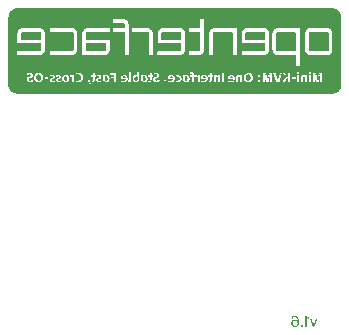
<source format=gbo>
G04 Layer: BottomSilkscreenLayer*
G04 EasyEDA Pro v2.1.63, 2024-06-10 19:41:30*
G04 Gerber Generator version 0.3*
G04 Scale: 100 percent, Rotated: No, Reflected: No*
G04 Dimensions in millimeters*
G04 Leading zeros omitted, absolute positions, 3 integers and 5 decimals*
%FSLAX35Y35*%
%MOMM*%
%ADD10C,0.254*%
G75*


G04 Image Start*
G36*
G01X1202334Y-2095500D02*
G01X1196696Y-2096516D01*
G01X1191108Y-2097583D01*
G01X1185774Y-2099259D01*
G01X1180440Y-2100986D01*
G01X1175715Y-2103222D01*
G01X1170940Y-2105508D01*
G01X1165708Y-2108962D01*
G01X1160526Y-2112366D01*
G01X1154328Y-2118563D01*
G01X1148080Y-2124710D01*
G01X1144524Y-2129892D01*
G01X1140968Y-2135124D01*
G01X1138072Y-2141322D01*
G01X1135126Y-2147519D01*
G01X1133450Y-2153361D01*
G01X1131722Y-2159254D01*
G01X1130300Y-2170328D01*
G01Y-2188159D01*
G01X2018436D01*
G01X2060550Y-2188210D01*
G01X2102663Y-2188312D01*
G01X2107387Y-2188870D01*
G01X2112061Y-2189480D01*
G01X2116785Y-2190902D01*
G01X2121459Y-2192274D01*
G01X2126183Y-2195220D01*
G01X2130857Y-2198167D01*
G01X2134362Y-2201469D01*
G01X2137816Y-2204771D01*
G01X2140255Y-2207920D01*
G01X2142642Y-2211070D01*
G01X2144268Y-2214575D01*
G01X2145843Y-2218080D01*
G01X2148992Y-2227428D01*
G01X2149043Y-2264004D01*
G01X2176170D01*
G01X2242820Y-2264054D01*
G01X2309419Y-2264105D01*
G01X2314042Y-2265070D01*
G01X2318614Y-2266086D01*
G01X2322271Y-2267458D01*
G01X2325878Y-2268779D01*
G01X2329637Y-2271319D01*
G01X2333346Y-2273808D01*
G01X2338172Y-2278583D01*
G01X2342998Y-2283308D01*
G01X2345284Y-2287118D01*
G01X2347570Y-2290978D01*
G01X2349652Y-2296414D01*
G01X2351735Y-2301900D01*
G01X2351888Y-2397760D01*
G01X2352091Y-2493569D01*
G01X2320544D01*
G01X2320341Y-2400452D01*
G01X2320188Y-2307285D01*
G01X2318715Y-2304593D01*
G01X2317293Y-2301900D01*
G01X2314143Y-2299056D01*
G01X2311298Y-2297633D01*
G01X2308504Y-2296211D01*
G01X2176170D01*
G01Y-2264004D01*
G01X2149043D01*
G01X2149196Y-2360473D01*
G01X2149348Y-2493569D01*
G01X2117801D01*
G01Y-2296211D01*
G01X2018436D01*
G01Y-2264004D01*
G01X2117903D01*
G01X2117649Y-2248408D01*
G01X2117446Y-2232762D01*
G01X2116226Y-2230069D01*
G01X2115007Y-2227428D01*
G01X2113229Y-2225497D01*
G01X2111400Y-2223618D01*
G01X2106016Y-2220671D01*
G01X2062226Y-2220519D01*
G01X2018436Y-2220316D01*
G01Y-2188159D01*
G01X1130300D01*
G01X1130503Y-2493620D01*
G01X1206195D01*
G01X1481430D01*
G01X1755292D01*
G01X2393137D01*
G01X2656840D01*
G01X3105252D01*
G01Y-2461362D01*
G01X3294532D01*
G01X3297580Y-2459939D01*
G01X3300578Y-2458517D01*
G01X3302254Y-2456485D01*
G01X3303981Y-2454453D01*
G01X3305099Y-2452014D01*
G01X3306267Y-2449627D01*
G01X3306470Y-2422246D01*
G01X3306674Y-2394915D01*
G01X3105252D01*
G01Y-2306218D01*
G01X3107385Y-2296566D01*
G01X3109925Y-2291182D01*
G01X3112516Y-2285797D01*
G01X3116072Y-2281682D01*
G01X3119679Y-2277567D01*
G01X3122676Y-2275078D01*
G01X3125724Y-2272538D01*
G01X3128162Y-2270963D01*
G01X3130601Y-2269439D01*
G01X3134817Y-2267712D01*
G01X3138983Y-2266036D01*
G01X3143910Y-2265020D01*
G01X3148787Y-2264004D01*
G01X3222142Y-2264054D01*
G01X3295548Y-2264105D01*
G01X3300882Y-2265324D01*
G01X3306267Y-2266544D01*
G01X3309569Y-2267966D01*
G01X3312871Y-2269439D01*
G01X3321202Y-2275332D01*
G01X3330042Y-2284882D01*
G01X3333598Y-2291182D01*
G01X3335680Y-2297227D01*
G01X3337814Y-2303272D01*
G01X3338017Y-2376424D01*
G01X3338220Y-2447392D01*
G01X3366313D01*
G01X3366719Y-2305253D01*
G01X3369666Y-2294788D01*
G01X3371698Y-2290623D01*
G01X3373679Y-2286457D01*
G01X3378098Y-2281276D01*
G01X3382569Y-2276043D01*
G01X3387293Y-2272741D01*
G01X3392018Y-2269388D01*
G01X3397199Y-2267407D01*
G01X3402381Y-2265375D01*
G01X3406699Y-2264715D01*
G01X3410966Y-2264004D01*
G01X3599942D01*
G01Y-2452980D01*
G01X3641903D01*
G01Y-2304593D01*
G01X3644951Y-2294128D01*
G01X3646881Y-2290318D01*
G01X3648812Y-2286457D01*
G01X3653282Y-2281276D01*
G01X3657702Y-2276094D01*
G01X3661258Y-2273503D01*
G01X3664763Y-2270862D01*
G01X3671468Y-2267509D01*
G01X3676142Y-2265934D01*
G01X3680866Y-2264308D01*
G01X3756355Y-2264207D01*
G01X3831895Y-2264105D01*
G01X3836162Y-2265020D01*
G01X3840429Y-2265985D01*
G01X3843630Y-2267001D01*
G01X3846830Y-2268068D01*
G01X3850538Y-2270303D01*
G01X3854298Y-2272589D01*
G01X3858006Y-2275789D01*
G01X3861765Y-2279040D01*
G01X3864661Y-2282749D01*
G01X3867607Y-2286457D01*
G01X3869690Y-2290623D01*
G01X3871824Y-2294788D01*
G01X3873348Y-2300021D01*
G01X3874821Y-2305253D01*
G01Y-2452268D01*
G01X3871874Y-2462632D01*
G01X3869842Y-2466746D01*
G01X3867760Y-2470912D01*
G01X3864407Y-2475128D01*
G01X3861054Y-2479396D01*
G01X3857752Y-2482139D01*
G01X3854501Y-2484882D01*
G01X3847084Y-2489352D01*
G01X3835908Y-2493213D01*
G01X3761740Y-2493467D01*
G01X3687572Y-2493670D01*
G01X3682543Y-2492858D01*
G01X3677463Y-2492096D01*
G01X3672789Y-2490368D01*
G01X3668065Y-2488692D01*
G01X3664407Y-2486304D01*
G01X3660699Y-2483917D01*
G01X3655212Y-2478430D01*
G01X3649777Y-2472944D01*
G01X3644290Y-2461666D01*
G01X3643122Y-2457348D01*
G01X3641903Y-2452980D01*
G01X3599942D01*
G01Y-2584856D01*
G01X3567735D01*
G01Y-2493620D01*
G01X3406292Y-2493213D01*
G01X3402279Y-2492045D01*
G01X3398215Y-2490876D01*
G01X3388665Y-2486203D01*
G01X3383432Y-2481682D01*
G01X3378200Y-2477110D01*
G01X3372002Y-2468067D01*
G01X3370123Y-2463190D01*
G01X3368192Y-2458314D01*
G01X3367278Y-2452878D01*
G01X3366313Y-2447392D01*
G01X3338220D01*
G01Y-2449627D01*
G01X3337154Y-2454859D01*
G01X3336087Y-2460142D01*
G01X3333344Y-2467051D01*
G01X3330397Y-2471522D01*
G01X3327400Y-2475992D01*
G01X3316935Y-2485847D01*
G01X3312262Y-2488133D01*
G01X3307639Y-2490419D01*
G01X3303270Y-2491791D01*
G01X3298901Y-2493213D01*
G01X3105252Y-2493620D01*
G01X2656840D01*
G01Y-2461362D01*
G01X2744114D01*
G01X2746604Y-2460295D01*
G01X2749093Y-2459279D01*
G01X2752954Y-2455621D01*
G01X2754579Y-2452268D01*
G01X2756154Y-2448916D01*
G01Y-2296211D01*
G01X2656840D01*
G01Y-2264004D01*
G01X2756154D01*
G01Y-2188159D01*
G01X2788412D01*
G01X2788209Y-2320188D01*
G01X2788006Y-2452268D01*
G01X2786532Y-2457806D01*
G01X2785059Y-2463394D01*
G01X2783281Y-2466848D01*
G01X2781503Y-2470353D01*
G01X2778963Y-2473757D01*
G01X2776474Y-2477211D01*
G01X2771750Y-2481529D01*
G01X2767025Y-2485898D01*
G01X2762453Y-2488133D01*
G01X2757830Y-2490419D01*
G01X2749093Y-2493162D01*
G01X2702966Y-2493416D01*
G01X2668372Y-2493569D01*
G01X2830017D01*
G01Y-2307590D01*
G01X2832151Y-2297227D01*
G01X2833675Y-2293417D01*
G01X2835250Y-2289607D01*
G01X2837434Y-2286356D01*
G01X2839669Y-2283104D01*
G01X2847797Y-2274570D01*
G01X2851506Y-2272081D01*
G01X2855163Y-2269592D01*
G01X2859786Y-2267712D01*
G01X2864409Y-2265883D01*
G01X2868828Y-2264969D01*
G01X2873299Y-2264004D01*
G01X3062935D01*
G01Y-2493569D01*
G01X3031388D01*
G01Y-2309825D01*
G01X3029356Y-2304034D01*
G01X3027680Y-2301850D01*
G01X3026054Y-2299716D01*
G01X3022549Y-2297938D01*
G01X3019044Y-2296211D01*
G01X2873604D01*
G01X2870606Y-2297633D01*
G01X2867558Y-2299056D01*
G01X2865526Y-2301494D01*
G01X2863545Y-2303932D01*
G01X2862529Y-2307234D01*
G01X2861564Y-2310536D01*
G01Y-2493569D01*
G01X2830017D01*
G01X2668372D01*
G01X2656840Y-2493620D01*
G01X2393137D01*
G01X2393239Y-2477465D01*
G01X2393290Y-2461362D01*
G01X2583383D01*
G01X2590597Y-2456993D01*
G01X2592629Y-2453284D01*
G01X2594712Y-2449627D01*
G01X2594915Y-2422246D01*
G01X2595118Y-2394915D01*
G01X2393696D01*
G01X2393645Y-2378608D01*
G01Y-2362352D01*
G01X2393696Y-2334209D01*
G01Y-2306066D01*
G01X2394763Y-2301342D01*
G01X2395830Y-2296566D01*
G01X2397252Y-2293214D01*
G01X2398624Y-2289861D01*
G01X2403602Y-2282444D01*
G01X2407768Y-2278228D01*
G01X2411984Y-2274011D01*
G01X2417877Y-2269947D01*
G01X2422601Y-2267966D01*
G01X2427326Y-2266036D01*
G01X2432304Y-2265020D01*
G01X2437232Y-2264004D01*
G01X2583332Y-2264105D01*
G01X2587701Y-2265020D01*
G01X2592019Y-2265985D01*
G01X2595728Y-2267153D01*
G01X2599385Y-2268322D01*
G01X2604211Y-2271522D01*
G01X2609037Y-2274773D01*
G01X2613711Y-2279752D01*
G01X2618334Y-2284730D01*
G01X2623109Y-2293874D01*
G01X2626258Y-2303932D01*
G01Y-2454300D01*
G01X2624074Y-2460650D01*
G01X2621839Y-2466950D01*
G01X2618842Y-2471471D01*
G01X2615844Y-2476043D01*
G01X2610663Y-2480818D01*
G01X2605532Y-2485644D01*
G01X2601163Y-2487828D01*
G01X2596744Y-2490064D01*
G01X2592019Y-2491638D01*
G01X2587346Y-2493213D01*
G01X2490216Y-2493416D01*
G01X2393137Y-2493620D01*
G01X1755292D01*
G01Y-2308657D01*
G01X1757934Y-2295855D01*
G01X1762608Y-2286406D01*
G01X1767027Y-2281276D01*
G01X1771396Y-2276094D01*
G01X1774952Y-2273503D01*
G01X1778508Y-2270862D01*
G01X1781861Y-2269185D01*
G01X1785163Y-2267509D01*
G01X1789887Y-2265934D01*
G01X1794561Y-2264308D01*
G01X1891741Y-2264156D01*
G01X1988922Y-2263953D01*
G01Y-2296211D01*
G01X1894078D01*
G01X1799285Y-2296262D01*
G01X1796237Y-2297786D01*
G01X1793240Y-2299360D01*
G01X1791056Y-2302154D01*
G01X1788922Y-2304999D01*
G01X1788211Y-2307488D01*
G01X1787550Y-2309978D01*
G01X1787500Y-2336343D01*
G01Y-2362657D01*
G01X1988972D01*
G01X1988718Y-2407463D01*
G01X1988515Y-2452268D01*
G01X1987042Y-2457450D01*
G01X1985620Y-2462632D01*
G01X1982064Y-2470150D01*
G01X1978203Y-2475027D01*
G01X1974342Y-2479853D01*
G01X1970024Y-2483256D01*
G01X1965757Y-2486660D01*
G01X1962404Y-2488387D01*
G01X1959051Y-2490064D01*
G01X1954327Y-2491638D01*
G01X1949653Y-2493213D01*
G01X1755292Y-2493620D01*
G01X1481430D01*
G01Y-2461362D01*
G01X1670710D01*
G01X1673758Y-2459939D01*
G01X1676806Y-2458466D01*
G01X1679956Y-2454300D01*
G01X1681226Y-2451964D01*
G01X1682445Y-2449627D01*
G01Y-2308555D01*
G01X1680413Y-2304542D01*
G01X1678381Y-2300580D01*
G01X1674774Y-2298395D01*
G01X1671117Y-2296211D01*
G01X1482090D01*
G01Y-2264004D01*
G01X1671066Y-2264105D01*
G01X1675435Y-2265020D01*
G01X1679804Y-2265985D01*
G01X1687119Y-2268322D01*
G01X1691945Y-2271522D01*
G01X1696771Y-2274773D01*
G01X1701444Y-2279752D01*
G01X1706067Y-2284730D01*
G01X1708455Y-2289302D01*
G01X1710893Y-2293874D01*
G01X1712468Y-2298903D01*
G01X1713992Y-2303932D01*
G01Y-2454300D01*
G01X1711808Y-2460650D01*
G01X1709623Y-2466950D01*
G01X1706575Y-2471471D01*
G01X1703578Y-2476043D01*
G01X1698447Y-2480818D01*
G01X1693266Y-2485644D01*
G01X1688897Y-2487828D01*
G01X1684477Y-2490064D01*
G01X1679804Y-2491638D01*
G01X1675079Y-2493213D01*
G01X1481430Y-2493620D01*
G01X1206195D01*
G01Y-2461362D01*
G01X1395730D01*
G01X1398626Y-2459939D01*
G01X1401521Y-2458568D01*
G01X1403553Y-2456129D01*
G01X1405534Y-2453691D01*
G01X1407566Y-2447696D01*
G01Y-2394915D01*
G01X1206195D01*
G01Y-2307742D01*
G01X1207160Y-2302815D01*
G01X1208075Y-2297887D01*
G01X1210920Y-2290369D01*
G01X1213104Y-2287067D01*
G01X1215238Y-2283816D01*
G01X1224382Y-2274164D01*
G01X1232713Y-2268779D01*
G01X1239114Y-2266544D01*
G01X1245464Y-2264308D01*
G01X1321003Y-2264207D01*
G01X1396492Y-2264105D01*
G01X1401166Y-2265070D01*
G01X1405839Y-2266086D01*
G01X1413561Y-2269236D01*
G01X1417218Y-2271674D01*
G01X1420927Y-2274164D01*
G01X1426362Y-2279853D01*
G01X1431747Y-2285543D01*
G01X1434084Y-2290470D01*
G01X1436472Y-2295398D01*
G01X1437843Y-2300732D01*
G01X1439164Y-2306015D01*
G01X1438961Y-2380488D01*
G01X1438808Y-2454961D01*
G01X1436980Y-2460346D01*
G01X1435100Y-2465730D01*
G01X1433271Y-2468931D01*
G01X1431392Y-2472182D01*
G01X1427683Y-2476348D01*
G01X1424026Y-2480564D01*
G01X1420520Y-2483409D01*
G01X1417066Y-2486254D01*
G01X1412494Y-2488540D01*
G01X1407922Y-2490775D01*
G01X1403909Y-2491994D01*
G01X1399845Y-2493213D01*
G01X1206195Y-2493620D01*
G01X1130503D01*
G01X1130656Y-2704998D01*
G01X1285900D01*
G01Y-2693924D01*
G01X1288542Y-2687930D01*
G01X1292403Y-2683358D01*
G01X1295806Y-2681173D01*
G01X1299159Y-2679040D01*
G01X1306068Y-2676601D01*
G01X1312926Y-2674163D01*
G01X1315466Y-2672893D01*
G01X1317955Y-2671623D01*
G01X1319784Y-2669896D01*
G01X1321613Y-2668219D01*
G01X1322019Y-2666492D01*
G01X1322476Y-2664765D01*
G01X1321664Y-2661412D01*
G01X1320190Y-2660040D01*
G01X1318717Y-2658720D01*
G01X1313942Y-2657399D01*
G01X1310132Y-2657348D01*
G01X1306322D01*
G01X1296467Y-2659278D01*
G01X1290777Y-2661310D01*
G01Y-2647950D01*
G01X1292606Y-2647188D01*
G01X1294486Y-2646477D01*
G01X1306576Y-2643937D01*
G01X1316634Y-2644140D01*
G01X1318311Y-2644394D01*
G01X1319987Y-2644699D01*
G01X1324102Y-2646020D01*
G01X1328268Y-2647391D01*
G01X1331366Y-2650084D01*
G01X1334465Y-2652827D01*
G01X1336294Y-2656281D01*
G01X1338072Y-2659736D01*
G01Y-2671775D01*
G01X1336650Y-2674468D01*
G01X1335227Y-2677211D01*
G01X1334008Y-2678379D01*
G01X1348334D01*
G01X1349502Y-2673045D01*
G01X1350670Y-2667762D01*
G01X1352702Y-2663546D01*
G01X1354684Y-2659278D01*
G01X1358646Y-2655062D01*
G01X1362558Y-2650846D01*
G01X1367434Y-2648407D01*
G01X1372362Y-2645918D01*
G01X1377036Y-2644953D01*
G01X1381760Y-2643988D01*
G01X1387094D01*
G01X1392479Y-2644038D01*
G01X1396848Y-2645004D01*
G01X1401216Y-2645918D01*
G01X1405585Y-2648052D01*
G01X1409954Y-2650236D01*
G01X1414323Y-2654605D01*
G01X1418692Y-2659024D01*
G01X1420825Y-2663444D01*
G01X1422908Y-2667864D01*
G01X1425042Y-2678125D01*
G01Y-2681529D01*
G01X1437792D01*
G01X1470000D01*
G01Y-2693619D01*
G01X1437792D01*
G01Y-2681529D01*
G01X1425042D01*
G01Y-2684018D01*
G01X1424991Y-2689911D01*
G01X1424026Y-2694635D01*
G01X1423010Y-2699309D01*
G01X1418742Y-2708046D01*
G01X1418692Y-2708097D01*
G01X1480769D01*
G01Y-2699512D01*
G01X1481836Y-2697226D01*
G01X1482954Y-2694940D01*
G01X1485849Y-2692349D01*
G01X1488745Y-2689809D01*
G01X1495349Y-2687269D01*
G01X1501902Y-2684729D01*
G01X1504798Y-2683408D01*
G01X1507693Y-2682037D01*
G01X1509827Y-2678786D01*
G01X1509014Y-2677109D01*
G01X1508252Y-2675433D01*
G01X1505763Y-2674366D01*
G01X1503223Y-2673299D01*
G01X1492758Y-2674823D01*
G01X1488745Y-2676398D01*
G01X1484732Y-2678024D01*
G01X1485138Y-2664409D01*
G01X1489456Y-2663190D01*
G01X1493825Y-2661971D01*
G01X1500530Y-2661666D01*
G01X1507287Y-2661412D01*
G01X1510792Y-2662377D01*
G01X1514297Y-2663393D01*
G01X1516888Y-2664663D01*
G01X1519428Y-2665984D01*
G01X1521866Y-2668676D01*
G01X1524254Y-2671318D01*
G01X1525067Y-2675026D01*
G01X1525930Y-2678735D01*
G01X1525118Y-2681884D01*
G01X1524305Y-2685085D01*
G01X1522628Y-2687320D01*
G01X1520901Y-2689555D01*
G01X1514297Y-2693619D01*
G01X1508100Y-2695702D01*
G01X1501902Y-2697836D01*
G01X1500124Y-2698699D01*
G01X1498346Y-2699614D01*
G01X1497940Y-2700680D01*
G01X1497533Y-2701798D01*
G01Y-2706370D01*
G01X1499718Y-2707742D01*
G01X1501902Y-2709062D01*
G01X1509725D01*
G01X1514856Y-2707335D01*
G01X1520038Y-2705608D01*
G01X1522882Y-2703932D01*
G01X1525727Y-2702306D01*
G01Y-2708046D01*
G01X1532839D01*
G01Y-2699309D01*
G01X1533957Y-2697277D01*
G01X1535024Y-2695194D01*
G01X1540408Y-2690317D01*
G01X1542999Y-2689047D01*
G01X1545539Y-2687726D01*
G01X1550518Y-2685948D01*
G01X1555547Y-2684120D01*
G01X1558087Y-2682697D01*
G01X1560678Y-2681275D01*
G01X1561033Y-2679751D01*
G01X1561440Y-2678278D01*
G01X1561033Y-2677008D01*
G01X1560627Y-2675687D01*
G01X1558849Y-2674772D01*
G01X1557071Y-2673807D01*
G01X1548841Y-2673909D01*
G01X1539189Y-2676855D01*
G01X1537157Y-2677668D01*
G01Y-2664714D01*
G01X1540815Y-2663292D01*
G01X1545742Y-2662326D01*
G01X1550670Y-2661412D01*
G01X1555140Y-2661463D01*
G01X1559611D01*
G01X1563319Y-2662479D01*
G01X1566977Y-2663444D01*
G01X1569771Y-2665120D01*
G01X1572616Y-2666746D01*
G01X1574089Y-2668626D01*
G01X1575511Y-2670454D01*
G01X1576476Y-2672740D01*
G01X1577391Y-2674976D01*
G01Y-2682240D01*
G01X1576476Y-2684424D01*
G01X1575562Y-2686558D01*
G01X1571092Y-2691028D01*
G01X1564996Y-2694076D01*
G01X1564691Y-2694178D01*
G01X1585265D01*
G01X1586078Y-2683205D01*
G01X1588821Y-2675280D01*
G01X1590599Y-2672893D01*
G01X1592377Y-2670454D01*
G01X1594460Y-2668575D01*
G01X1596542Y-2666746D01*
G01X1599743Y-2665070D01*
G01X1602892Y-2663393D01*
G01X1607109Y-2662428D01*
G01X1611325Y-2661412D01*
G01X1615999Y-2661463D01*
G01X1620723Y-2661514D01*
G01X1624787Y-2662377D01*
G01X1628902Y-2663292D01*
G01X1632204Y-2664968D01*
G01X1635557Y-2666644D01*
G01X1641399Y-2672486D01*
G01X1643075Y-2676042D01*
G01X1651914D01*
G01Y-2663546D01*
G01X1654048Y-2662733D01*
G01X1659077D01*
G01X1662379Y-2663749D01*
G01X1665732Y-2664714D01*
G01X1668374Y-2666746D01*
G01X1671066Y-2668727D01*
G01X1671574Y-2668778D01*
G01X1672082D01*
G01Y-2662733D01*
G01X1688846D01*
G01Y-2704389D01*
G01X1700225D01*
G01X1703781Y-2705964D01*
G01X1707286Y-2707538D01*
G01X1714398Y-2709062D01*
G01X1718564D01*
G01X1722730Y-2709012D01*
G01X1726540Y-2708148D01*
G01X1730350Y-2707234D01*
G01X1733499Y-2705405D01*
G01X1736649Y-2703525D01*
G01X1739341Y-2700884D01*
G01X1742034Y-2698191D01*
G01X1743710Y-2694432D01*
G01X1745437Y-2690673D01*
G01X1745742Y-2685745D01*
G01X1746098Y-2680818D01*
G01X1745183Y-2676652D01*
G01X1744320Y-2672486D01*
G01X1743151Y-2669794D01*
G01X1741932Y-2667102D01*
G01X1738732Y-2663952D01*
G01X1735480Y-2660802D01*
G01X1730959Y-2659075D01*
G01X1726387Y-2657348D01*
G01X1719885D01*
G01X1713332Y-2657399D01*
G01X1707998Y-2658669D01*
G01X1702613Y-2659939D01*
G01X1700276Y-2660853D01*
G01Y-2648204D01*
G01X1703527Y-2646680D01*
G01X1717751Y-2643937D01*
G01X1722933Y-2644038D01*
G01X1728114Y-2644089D01*
G01X1731112Y-2644597D01*
G01X1734160Y-2645105D01*
G01X1734820Y-2645308D01*
G01X1994256D01*
G01X2043938D01*
G01Y-2695651D01*
G01X2081530D01*
G01Y-2687066D01*
G01X2082190Y-2683510D01*
G01X2082902Y-2679954D01*
G01X2084527Y-2676449D01*
G01X2086102Y-2672893D01*
G01X2088998Y-2669794D01*
G01X2091842Y-2666644D01*
G01X2097329Y-2663495D01*
G01X2101444Y-2662428D01*
G01X2105558Y-2661412D01*
G01X2111146Y-2661463D01*
G01X2116785D01*
G01X2120290Y-2662428D01*
G01X2123846Y-2663393D01*
G01X2126590Y-2664765D01*
G01X2129333Y-2666187D01*
G01X2135327Y-2672182D01*
G01X2137308Y-2676347D01*
G01X2139239Y-2680513D01*
G01X2139798Y-2685898D01*
G01X2140407Y-2691282D01*
G01X2139848Y-2696616D01*
G01X2139239Y-2701950D01*
G01X2137562Y-2705557D01*
G01X2135937Y-2709164D01*
G01X2133295Y-2712314D01*
G01X2130654Y-2715412D01*
G01X2127047Y-2717597D01*
G01X2123491Y-2719781D01*
G01X2118157Y-2721102D01*
G01X2115414Y-2721813D01*
G01X2145284D01*
G01Y-2707691D01*
G01X2151278D01*
G01X2153006Y-2706218D01*
G01X2154784Y-2704694D01*
G01X2156003Y-2699309D01*
G01X2156054Y-2668626D01*
G01Y-2637892D01*
G01X2172919D01*
G01X2172665Y-2672639D01*
G01X2172513Y-2696921D01*
G01X2182216D01*
G01Y-2686964D01*
G01X2183740Y-2679852D01*
G01X2185467Y-2676144D01*
G01X2187194Y-2672486D01*
G01X2190902Y-2668727D01*
G01X2194662Y-2664968D01*
G01X2198675Y-2663393D01*
G01X2202688Y-2661768D01*
G01X2208073Y-2661869D01*
G01X2213458Y-2661920D01*
G01X2219249Y-2664054D01*
G01X2221230Y-2665476D01*
G01X2223160Y-2666848D01*
G01Y-2637892D01*
G01X2239975D01*
G01Y-2711552D01*
G01X2240636Y-2715158D01*
G01X2241347Y-2718765D01*
G01X2241702Y-2719984D01*
G01X2242058Y-2721153D01*
G01X2249576D01*
G01X2250440Y-2717648D01*
G01X2251354Y-2714142D01*
G01Y-2662733D01*
G01X2268169D01*
G01Y-2666644D01*
G01X2272792Y-2664257D01*
G01X2277466Y-2661869D01*
G01X2282342Y-2661615D01*
G01X2287270Y-2661412D01*
G01X2295703Y-2664155D01*
G01X2299157Y-2666949D01*
G01X2302612Y-2669794D01*
G01X2307082Y-2677820D01*
G01X2307996Y-2681173D01*
G01X2308962Y-2684577D01*
G01X2309774Y-2692197D01*
G01X2308352Y-2702662D01*
G01X2306422Y-2706878D01*
G01X2304491Y-2711044D01*
G01X2298192Y-2717749D01*
G01X2294738Y-2719426D01*
G01X2291436Y-2721051D01*
G01X2315820D01*
G01Y-2708707D01*
G01X2321916Y-2709215D01*
G01X2325776Y-2707589D01*
G01X2326792Y-2705354D01*
G01X2327046Y-2690419D01*
G01X2327351Y-2675484D01*
G01X2315820D01*
G01Y-2662733D01*
G01X2327199D01*
G01Y-2645969D01*
G01X2342642D01*
G01Y-2662733D01*
G01X2351380D01*
G01Y-2675484D01*
G01X2342744D01*
G01X2342540Y-2693467D01*
G01X2342490Y-2696515D01*
G01X2356612D01*
G01X2357679Y-2692806D01*
G01X2358746Y-2689047D01*
G01X2360930Y-2686406D01*
G01X2363114Y-2683713D01*
G01X2366162Y-2681630D01*
G01X2369160Y-2679548D01*
G01X2377440Y-2676550D01*
G01X2385670Y-2673553D01*
G01X2388006Y-2672131D01*
G01X2390292Y-2670708D01*
G01X2391664Y-2668981D01*
G01X2392985Y-2667254D01*
G01Y-2662225D01*
G01X2391715Y-2660599D01*
G01X2390394Y-2658974D01*
G01X2385111Y-2657348D01*
G01X2376830D01*
G01X2366467Y-2659482D01*
G01X2364283Y-2660447D01*
G01X2362098Y-2661361D01*
G01X2362251Y-2654503D01*
G01X2362454Y-2647645D01*
G01X2367839Y-2646070D01*
G01X2373224Y-2644546D01*
G01X2380234Y-2644242D01*
G01X2387295Y-2643937D01*
G01X2391410Y-2644902D01*
G01X2395525Y-2645816D01*
G01X2397811Y-2646985D01*
G01X2400046Y-2648153D01*
G01X2402840Y-2650388D01*
G01X2405583Y-2652624D01*
G01X2407056Y-2655722D01*
G01X2408530Y-2658872D01*
G01X2409952Y-2666086D01*
G01X2409190Y-2669946D01*
G01X2408428Y-2673756D01*
G01X2405075Y-2678836D01*
G01X2402332Y-2680818D01*
G01X2399589Y-2682850D01*
G01X2385263Y-2688234D01*
G01X2381758Y-2690012D01*
G01X2378202Y-2691790D01*
G01X2376576Y-2693721D01*
G01X2374951Y-2695651D01*
G01X2480920D01*
G01X2480970Y-2691435D01*
G01Y-2687218D01*
G01X2481936Y-2682799D01*
G01X2482850Y-2678328D01*
G01X2484323Y-2675484D01*
G01X2485746Y-2672639D01*
G01X2488692Y-2669489D01*
G01X2491588Y-2666390D01*
G01X2494737Y-2664816D01*
G01X2497836Y-2663241D01*
G01X2501290Y-2662326D01*
G01X2504796Y-2661412D01*
G01X2516835D01*
G01X2525776Y-2664460D01*
G01X2528621Y-2666441D01*
G01X2531415Y-2668372D01*
G01X2533752Y-2671216D01*
G01X2536088Y-2674112D01*
G01X2537663Y-2678633D01*
G01X2539238Y-2683205D01*
G01X2539644Y-2687930D01*
G01X2540102Y-2692603D01*
G01X2539340Y-2697328D01*
G01X2538628Y-2702001D01*
G01X2536698Y-2706014D01*
G01X2534818Y-2710078D01*
G01X2532380Y-2712872D01*
G01X2529891Y-2715717D01*
G01X2526284Y-2717749D01*
G01X2523998Y-2719070D01*
G01X2546706D01*
G01Y-2705252D01*
G01X2550008Y-2706878D01*
G01X2553259Y-2708453D01*
G01X2558288Y-2708859D01*
G01X2563368Y-2709215D01*
G01X2568194Y-2707792D01*
G01X2573020Y-2706319D01*
G01X2579014Y-2700731D01*
G01X2580945Y-2696159D01*
G01Y-2687726D01*
G01X2579929Y-2684831D01*
G01X2578913Y-2681884D01*
G01X2577186Y-2680056D01*
G01X2575458Y-2678278D01*
G01X2568550Y-2675230D01*
G01X2562098Y-2674976D01*
G01X2555646Y-2674671D01*
G01X2551938Y-2675738D01*
G01X2548179Y-2676855D01*
G01X2547468D01*
G01X2547620Y-2670607D01*
G01X2547722Y-2664409D01*
G01X2552446Y-2663190D01*
G01X2557120Y-2662022D01*
G01X2563165Y-2661666D01*
G01X2569210Y-2661361D01*
G01X2574036Y-2662682D01*
G01X2578811Y-2664003D01*
G01X2583993Y-2666644D01*
G01X2586279Y-2668372D01*
G01X2588565Y-2670048D01*
G01X2591460Y-2673960D01*
G01X2594407Y-2677820D01*
G01X2597150Y-2686558D01*
G01Y-2698090D01*
G01X2594915Y-2704694D01*
G01X2592578Y-2708250D01*
G01X2590241Y-2711755D01*
G01X2587447Y-2714142D01*
G01X2584653Y-2716581D01*
G01X2582316Y-2717749D01*
G01X2579980Y-2718968D01*
G01X2575611Y-2720289D01*
G01X2572868Y-2721153D01*
G01X2604414D01*
G01X2606142Y-2718105D01*
G01X2606548Y-2662733D01*
G01X2623261D01*
G01Y-2666086D01*
G01X2624074D01*
G01X2628392Y-2663952D01*
G01X2632710Y-2661869D01*
G01X2642362Y-2661463D01*
G01X2645105Y-2662123D01*
G01X2647899Y-2662784D01*
G01X2651455Y-2664917D01*
G01X2655062Y-2667102D01*
G01X2657907Y-2670556D01*
G01X2660701Y-2674010D01*
G01X2661260Y-2675484D01*
G01X2669591D01*
G01Y-2662733D01*
G01X2683815D01*
G01X2683307Y-2652674D01*
G01X2682138Y-2651506D01*
G01X2680919Y-2650338D01*
G01X2675941Y-2650388D01*
G01X2670912Y-2650439D01*
G01Y-2637993D01*
G01X2679954Y-2637587D01*
G01X2684018Y-2637892D01*
G01X3578454D01*
G01X3595268D01*
G01X3675786D01*
G01X3692601D01*
G01Y-2645308D01*
G01X3706673D01*
G01X3736797D01*
G01X3737508Y-2647645D01*
G01X3742233Y-2672791D01*
G01X3747008Y-2697988D01*
G01X3747516Y-2699614D01*
G01X3748075Y-2701290D01*
G01X3750208Y-2689911D01*
G01X3752393Y-2678532D01*
G01X3758692Y-2645308D01*
G01X3789274D01*
G01Y-2721153D01*
G01X3772459D01*
G01Y-2658059D01*
G01X3771240D01*
G01X3770884Y-2659228D01*
G01X3770579Y-2660396D01*
G01X3764331Y-2690774D01*
G01X3758133Y-2721153D01*
G01X3737661D01*
G01X3737000Y-2717952D01*
G01X3736289Y-2714752D01*
G01X3730396Y-2686406D01*
G01X3724504Y-2658008D01*
G01X3723843Y-2658262D01*
G01X3723132Y-2658466D01*
G01X3722980Y-2689809D01*
G01X3722776Y-2721153D01*
G01X3706673D01*
G01Y-2645308D01*
G01X3692601D01*
G01Y-2654706D01*
G01X3675786D01*
G01Y-2637892D01*
G01X3595268D01*
G01Y-2654706D01*
G01X3578454D01*
G01Y-2637892D01*
G01X2684018D01*
G01X2690724Y-2638400D01*
G01X2693111Y-2639416D01*
G01X2695499Y-2640381D01*
G01X2697226Y-2642464D01*
G01X2699004Y-2644597D01*
G01X2699156Y-2645308D01*
G01X2935376D01*
G01X2952191D01*
G01Y-2695651D01*
G01X2990240D01*
G01X2990596Y-2688742D01*
G01X2990952Y-2681884D01*
G01X2992323Y-2678278D01*
G01X2993746Y-2674671D01*
G01X2995524Y-2672080D01*
G01X2997302Y-2669540D01*
G01X3003398Y-2664765D01*
G01X3007157Y-2663342D01*
G01X3010916Y-2661869D01*
G01X3018282Y-2661615D01*
G01X3025699Y-2661412D01*
G01X3033014Y-2663444D01*
G01X3035757Y-2665019D01*
G01X3038450Y-2666644D01*
G01X3041294Y-2669540D01*
G01X3044190Y-2672436D01*
G01X3045866Y-2675992D01*
G01X3047543Y-2679497D01*
G01X3048864Y-2686406D01*
G01X3048813Y-2691841D01*
G01Y-2697328D01*
G01X3046984Y-2704236D01*
G01X3045155Y-2707538D01*
G01X3043326Y-2710891D01*
G01X3037230Y-2717089D01*
G01X3030017Y-2720492D01*
G01X3058160D01*
G01X3058566Y-2675179D01*
G01X3059989Y-2672131D01*
G01X3061411Y-2669134D01*
G01X3063342Y-2667152D01*
G01X3065272Y-2665222D01*
G01X3070758Y-2662784D01*
G01X3074416Y-2662428D01*
G01X3078023Y-2662123D01*
G01X3082290Y-2663038D01*
G01X3086506Y-2664003D01*
G01X3089351Y-2665578D01*
G01X3092145Y-2667152D01*
G01X3093974Y-2668372D01*
G01X3095854Y-2669591D01*
G01Y-2662733D01*
G01X3112618D01*
G01Y-2688590D01*
G01X3123184D01*
G01X3123540Y-2681173D01*
G01X3123946Y-2673807D01*
G01X3126689Y-2665070D01*
G01X3129229Y-2660802D01*
G01X3131718Y-2656535D01*
G01X3138830Y-2650033D01*
G01X3147162Y-2645969D01*
G01X3151886Y-2644953D01*
G01X3156560Y-2643988D01*
G01X3161944D01*
G01X3167329Y-2644038D01*
G01X3171698Y-2645004D01*
G01X3173171Y-2645308D01*
G01X3282442D01*
G01X3313074D01*
G01X3315208Y-2656180D01*
G01X3317291Y-2667102D01*
G01X3323692Y-2700934D01*
G01X3324098Y-2700477D01*
G01X3324504Y-2699969D01*
G01X3329026Y-2675839D01*
G01X3333598Y-2651658D01*
G01X3334258Y-2648458D01*
G01X3334918Y-2645308D01*
G01X3365703D01*
G01X3373577D01*
G01X3392475D01*
G01X3393796Y-2649830D01*
G01X3395167Y-2654351D01*
G01X3402889Y-2681478D01*
G01X3410610Y-2708554D01*
G01X3411322Y-2709266D01*
G01X3412033Y-2708554D01*
G01X3419754Y-2681478D01*
G01X3427527Y-2654351D01*
G01X3430168Y-2645308D01*
G01X3448863D01*
G01X3448609Y-2646121D01*
G01X3448304Y-2646985D01*
G01X3439820Y-2674468D01*
G01X3431388Y-2702001D01*
G01X3428390Y-2711552D01*
G01X3425393Y-2721153D01*
G01X3450844D01*
G01X3451352Y-2720289D01*
G01X3451860Y-2719476D01*
G01X3455873Y-2713076D01*
G01X3459886Y-2706726D01*
G01X3464560Y-2700325D01*
G01X3469284Y-2693975D01*
G01X3474974Y-2688082D01*
G01X3480664Y-2682240D01*
G01X3479444Y-2680360D01*
G01X3478225Y-2678532D01*
G01X3462579Y-2656383D01*
G01X3454857Y-2645308D01*
G01X3473552D01*
G01X3484169Y-2660701D01*
G01X3494837Y-2676144D01*
G01X3499256D01*
G01Y-2645308D01*
G01X3516732D01*
G01Y-2662733D01*
G01X3578454D01*
G01X3595268D01*
G01Y-2720492D01*
G01X3607918D01*
G01X3608324Y-2675179D01*
G01X3609746Y-2672131D01*
G01X3611220Y-2669134D01*
G01X3613455Y-2666949D01*
G01X3615741Y-2664816D01*
G01X3620414Y-2662885D01*
G01X3624123Y-2662479D01*
G01X3627831Y-2662123D01*
G01X3631895Y-2663038D01*
G01X3636010Y-2663952D01*
G01X3638652Y-2665324D01*
G01X3641242Y-2666695D01*
G01X3643274Y-2668067D01*
G01X3645256Y-2669438D01*
G01X3646272D01*
G01Y-2662733D01*
G01X3663036D01*
G01X3675786D01*
G01X3692601D01*
G01Y-2721153D01*
G01X3675786D01*
G01Y-2662733D01*
G01X3663036D01*
G01Y-2720492D01*
G01X3646272D01*
G01X3646119Y-2700223D01*
G01X3645916Y-2679954D01*
G01X3641598Y-2677617D01*
G01X3637280Y-2675230D01*
G01X3631184D01*
G01X3628949Y-2676449D01*
G01X3626714Y-2677617D01*
G01X3625748Y-2679852D01*
G01X3624783Y-2682138D01*
G01Y-2720492D01*
G01X3607918D01*
G01X3595268D01*
G01Y-2721153D01*
G01X3578454D01*
G01Y-2662733D01*
G01X3516732D01*
G01Y-2681529D01*
G01X3530803D01*
G01X3563722D01*
G01Y-2693619D01*
G01X3530803D01*
G01Y-2681529D01*
G01X3516732D01*
G01Y-2721153D01*
G01X3499256D01*
G01Y-2690266D01*
G01X3491992D01*
G01X3481222Y-2701849D01*
G01X3468726Y-2721051D01*
G01X3450844Y-2721153D01*
G01X3425393D01*
G01X3397352D01*
G01X3395624Y-2715920D01*
G01X3393948Y-2710739D01*
G01X3386785Y-2687574D01*
G01X3379673Y-2664409D01*
G01X3376930Y-2655672D01*
G01X3374238Y-2646985D01*
G01X3373882Y-2646121D01*
G01X3373577Y-2645308D01*
G01X3365703D01*
G01Y-2721153D01*
G01X3348888D01*
G01Y-2658059D01*
G01X3347212D01*
G01X3343910Y-2673960D01*
G01X3340659Y-2689911D01*
G01X3337763Y-2704033D01*
G01X3334817Y-2718105D01*
G01X3334106Y-2721153D01*
G01X3323895Y-2721000D01*
G01X3313735Y-2720797D01*
G01X3307182Y-2689606D01*
G01X3300628Y-2658364D01*
G01X3300578Y-2658212D01*
G01Y-2658059D01*
G01X3299206D01*
G01Y-2721153D01*
G01X3282442D01*
G01Y-2645308D01*
G01X3173171D01*
G01X3176067Y-2645918D01*
G01X3180791Y-2648306D01*
G01X3185566Y-2650744D01*
G01X3189275Y-2654452D01*
G01X3193034Y-2658161D01*
G01X3195371Y-2662733D01*
G01X3244850D01*
G01X3262325D01*
G01Y-2680208D01*
G01X3244850D01*
G01Y-2662733D01*
G01X3195371D01*
G01X3195472Y-2662936D01*
G01X3197911Y-2667762D01*
G01X3198876Y-2672486D01*
G01X3199841Y-2677160D01*
G01Y-2690571D01*
G01X3197911Y-2699817D01*
G01X3195828Y-2703678D01*
G01X3244850D01*
G01X3262325D01*
G01Y-2721153D01*
G01X3244850D01*
G01Y-2703678D01*
G01X3195828D01*
G01X3195472Y-2704287D01*
G01X3193034Y-2708707D01*
G01X3187446Y-2714498D01*
G01X3184449Y-2716428D01*
G01X3181401Y-2718359D01*
G01X3176067Y-2720137D01*
G01X3170682Y-2721966D01*
G01X3161944D01*
G01X3153207Y-2722016D01*
G01X3148736Y-2720594D01*
G01X3144266Y-2719222D01*
G01X3140710Y-2717394D01*
G01X3137205Y-2715616D01*
G01X3129636Y-2708046D01*
G01X3125368Y-2699106D01*
G01X3124251Y-2693873D01*
G01X3123184Y-2688590D01*
G01X3112618D01*
G01Y-2720492D01*
G01X3095854D01*
G01Y-2679700D01*
G01X3087624Y-2675331D01*
G01X3084474Y-2675280D01*
G01X3081274Y-2675230D01*
G01X3078988Y-2676601D01*
G01X3076702Y-2677922D01*
G01X3075889Y-2679548D01*
G01X3075026Y-2681173D01*
G01Y-2720492D01*
G01X3058160D01*
G01X3030017D01*
G01X3029915Y-2720543D01*
G01X3025140Y-2721610D01*
G01X3020314Y-2722626D01*
G01X3012237Y-2722270D01*
G01X3004210Y-2721864D01*
G01X3001061Y-2720899D01*
G01X2997962Y-2719883D01*
G01X2993796Y-2717749D01*
G01Y-2704236D01*
G01X2994304Y-2704490D01*
G01X2994812Y-2704694D01*
G01X2998216Y-2706472D01*
G01X3001620Y-2708300D01*
G01X3005684Y-2709316D01*
G01X3009748Y-2710383D01*
G01X3017622D01*
G01X3020517Y-2709723D01*
G01X3023413Y-2709012D01*
G01X3028798Y-2705456D01*
G01X3031947Y-2699969D01*
G01X3032404Y-2697836D01*
G01X3032811Y-2695651D01*
G01X2990240D01*
G01X2952191D01*
G01Y-2721153D01*
G01X2935376D01*
G01Y-2645308D01*
G01X2699156D01*
G01X2700426Y-2651404D01*
G01Y-2662733D01*
G01X2710536D01*
G01Y-2675484D01*
G01X2700426D01*
G01Y-2676042D01*
G01X2713888D01*
G01Y-2663444D01*
G01X2717546Y-2662530D01*
G01X2721864Y-2663241D01*
G01X2726182Y-2664003D01*
G01X2733091Y-2668778D01*
G01X2734005D01*
G01Y-2662733D01*
G01X2750109D01*
G01Y-2692248D01*
G01X2759507D01*
G01X2760218Y-2686406D01*
G01X2760929Y-2680513D01*
G01X2762555Y-2676957D01*
G01X2764180Y-2673350D01*
G01X2766212Y-2670810D01*
G01X2768295Y-2668219D01*
G01X2771445Y-2666136D01*
G01X2774544Y-2664054D01*
G01X2783180Y-2661412D01*
G01X2789276Y-2661463D01*
G01X2795422Y-2661514D01*
G01X2801722Y-2663241D01*
G01X2804719Y-2664714D01*
G01X2807716Y-2666136D01*
G01X2810866Y-2669489D01*
G01X2813964Y-2672842D01*
G01X2815184Y-2675484D01*
G01X2824632D01*
G01Y-2662733D01*
G01X2836062D01*
G01Y-2645969D01*
G01X2851506D01*
G01Y-2662733D01*
G01X2860192D01*
G01Y-2675484D01*
G01X2851506D01*
G01Y-2709469D01*
G01X2850490Y-2712822D01*
G01X2849524Y-2716174D01*
G01X2847543Y-2718003D01*
G01X2845613Y-2719883D01*
G01X2843581Y-2720492D01*
G01X2867508D01*
G01X2867914Y-2675179D01*
G01X2869336Y-2672131D01*
G01X2870759Y-2669134D01*
G01X2873045Y-2666949D01*
G01X2875331Y-2664816D01*
G01X2880004Y-2662885D01*
G01X2883713Y-2662479D01*
G01X2887421Y-2662123D01*
G01X2891638Y-2663088D01*
G01X2895854Y-2664003D01*
G01X2898699Y-2665578D01*
G01X2901493Y-2667152D01*
G01X2903322Y-2668372D01*
G01X2905201Y-2669591D01*
G01Y-2662733D01*
G01X2921965D01*
G01Y-2720492D01*
G01X2905201D01*
G01Y-2679700D01*
G01X2900985Y-2677465D01*
G01X2896819Y-2675230D01*
G01X2890774D01*
G01X2888590Y-2676398D01*
G01X2886405Y-2677516D01*
G01X2884373Y-2681478D01*
G01Y-2720492D01*
G01X2867508D01*
G01X2843581D01*
G01X2839212Y-2721813D01*
G01X2830322D01*
G01X2827833Y-2721356D01*
G01X2825293Y-2720950D01*
G01Y-2708707D01*
G01X2828849Y-2708961D01*
G01X2832405Y-2709164D01*
G01X2834081Y-2707843D01*
G01X2835707Y-2706472D01*
G01X2836113Y-2675484D01*
G01X2824632D01*
G01X2815184D01*
G01X2817216Y-2679954D01*
G01X2817927Y-2683510D01*
G01X2818587Y-2687066D01*
G01Y-2695956D01*
G01X2817571Y-2700172D01*
G01X2816606Y-2704389D01*
G01X2815285Y-2706929D01*
G01X2814015Y-2709469D01*
G01X2807716Y-2716479D01*
G01X2802941Y-2718765D01*
G01X2798115Y-2721051D01*
G01X2793492Y-2721864D01*
G01X2788818Y-2722677D01*
G01X2781402Y-2722270D01*
G01X2773934Y-2721915D01*
G01X2767736Y-2719883D01*
G01X2763571Y-2717749D01*
G01Y-2704338D01*
G01X2764333D01*
G01X2766162Y-2705659D01*
G01X2767990Y-2706929D01*
G01X2772308Y-2708402D01*
G01X2776626Y-2709926D01*
G01X2781706Y-2710231D01*
G01X2786837Y-2710536D01*
G01X2790647Y-2709469D01*
G01X2794406Y-2708351D01*
G01X2796794Y-2706268D01*
G01X2799182Y-2704135D01*
G01X2800401Y-2701747D01*
G01X2801620Y-2699309D01*
G01X2802077Y-2697480D01*
G01X2802484Y-2695651D01*
G01X2760320D01*
G01X2759913Y-2693924D01*
G01X2759507Y-2692248D01*
G01X2750109D01*
G01Y-2721153D01*
G01X2734005D01*
G01Y-2681681D01*
G01X2729332Y-2677516D01*
G01X2725522Y-2676449D01*
G01X2721712Y-2675331D01*
G01X2713888Y-2676042D01*
G01X2700426D01*
G01Y-2721153D01*
G01X2683662D01*
G01Y-2675484D01*
G01X2669591D01*
G01X2661260D01*
G01X2663647Y-2681834D01*
G01X2664358Y-2687015D01*
G01X2665120Y-2692146D01*
G01X2664358Y-2697175D01*
G01X2663596Y-2702154D01*
G01X2660752Y-2709774D01*
G01X2657043Y-2713736D01*
G01X2653386Y-2717749D01*
G01X2649880Y-2719426D01*
G01X2646426Y-2721102D01*
G01X2641956Y-2721813D01*
G01X2637536Y-2722575D01*
G01X2633574Y-2721864D01*
G01X2629611Y-2721102D01*
G01X2625954Y-2719273D01*
G01X2622245Y-2717444D01*
G01X2621432Y-2717038D01*
G01X2621026Y-2719121D01*
G01X2620620Y-2721153D01*
G01X2604414D01*
G01X2572868D01*
G01X2571242Y-2721661D01*
G01X2561793Y-2722575D01*
G01X2557678Y-2721864D01*
G01X2553564Y-2721102D01*
G01X2550160Y-2720086D01*
G01X2546706Y-2719070D01*
G01X2523998D01*
G01X2522677Y-2719832D01*
G01X2517496Y-2721153D01*
G01X2512263Y-2722474D01*
G01X2499411D01*
G01X2490470Y-2720543D01*
G01X2487727Y-2719172D01*
G01X2484984Y-2717749D01*
G01Y-2704490D01*
G01X2494026Y-2708961D01*
G01X2501138Y-2710383D01*
G01X2507742D01*
G01X2511146Y-2709672D01*
G01X2514549Y-2708910D01*
G01X2517343Y-2706827D01*
G01X2520086Y-2704694D01*
G01X2521306Y-2702306D01*
G01X2522525Y-2699969D01*
G01X2522982Y-2697785D01*
G01X2523388Y-2695651D01*
G01X2480920D01*
G01X2374951D01*
G01X2374900Y-2695702D01*
G01X2374189Y-2698445D01*
G01X2373427Y-2701188D01*
G01X2374341Y-2703627D01*
G01X2375256Y-2706014D01*
G01X2377592Y-2707589D01*
G01X2379929Y-2709215D01*
G01X2386279Y-2708859D01*
G01X2392680Y-2708554D01*
G01X2403856Y-2704389D01*
G01X2406904Y-2702712D01*
G01X2409952Y-2700985D01*
G01X2410460D01*
G01Y-2703678D01*
G01X2449373D01*
G01X2464562D01*
G01X2468829Y-2718308D01*
G01X2473096Y-2732888D01*
G01X2473706Y-2735224D01*
G01X2461768D01*
G01X2456485Y-2721661D01*
G01X2451202Y-2708046D01*
G01X2449373Y-2703678D01*
G01X2410460D01*
G01Y-2715768D01*
G01X2407260Y-2717343D01*
G01X2404059Y-2718968D01*
G01X2396642Y-2721102D01*
G01X2390292Y-2721813D01*
G01X2383942Y-2722575D01*
G01X2379929Y-2722118D01*
G01X2375865Y-2721661D01*
G01X2367636Y-2719121D01*
G01X2364232Y-2716073D01*
G01X2360879Y-2713025D01*
G01X2359050Y-2709316D01*
G01X2357272Y-2705659D01*
G01X2356917Y-2701087D01*
G01X2356612Y-2696515D01*
G01X2342490D01*
G01X2342337Y-2711399D01*
G01X2338984Y-2718105D01*
G01X2336190Y-2719629D01*
G01X2333396Y-2721204D01*
G01X2329028Y-2721559D01*
G01X2324710Y-2721966D01*
G01X2320290Y-2721508D01*
G01X2315820Y-2721051D01*
G01X2291436D01*
G01X2291334Y-2721102D01*
G01X2286914Y-2721813D01*
G01X2282444Y-2722575D01*
G01X2278177Y-2721813D01*
G01X2273859Y-2721051D01*
G01X2266848Y-2717089D01*
G01X2266239D01*
G01X2265782Y-2719121D01*
G01X2265375Y-2721153D01*
G01X2249576D01*
G01X2242058D01*
G01X2226716D01*
G01X2225853Y-2719121D01*
G01X2225040Y-2717089D01*
G01X2224380D01*
G01X2220824Y-2719629D01*
G01X2217471Y-2720797D01*
G01X2214118Y-2722016D01*
G01X2208428Y-2722067D01*
G01X2202688Y-2722118D01*
G01X2198675Y-2720492D01*
G01X2194662Y-2718918D01*
G01X2190902Y-2715158D01*
G01X2187194Y-2711399D01*
G01X2185467Y-2707691D01*
G01X2183740Y-2704033D01*
G01X2182216Y-2696921D01*
G01X2172513D01*
G01X2172462Y-2707386D01*
G01X2171141Y-2710688D01*
G01X2169820Y-2714041D01*
G01X2167382Y-2716530D01*
G01X2164944Y-2718968D01*
G01X2157324Y-2721813D01*
G01X2145284D01*
G01X2115414D01*
G01X2112874Y-2722474D01*
G01X2100529D01*
G01X2096922Y-2721813D01*
G01X2093265Y-2721153D01*
G01X2085543Y-2718308D01*
G01Y-2704490D01*
G01X2090115Y-2706726D01*
G01X2094636Y-2708961D01*
G01X2101748Y-2710383D01*
G01X2108302D01*
G01X2111654Y-2709672D01*
G01X2115058Y-2708961D01*
G01X2117801Y-2706929D01*
G01X2120595Y-2704948D01*
G01X2122170Y-2701442D01*
G01X2123796Y-2697988D01*
G01X2123846Y-2696820D01*
G01Y-2695651D01*
G01X2081530D01*
G01X2043938D01*
G01Y-2721153D01*
G01X2027174D01*
G01X2027022Y-2705506D01*
G01X2026818Y-2689911D01*
G01X2012899Y-2689758D01*
G01X1998980Y-2689555D01*
G01Y-2676855D01*
G01X2012899Y-2676703D01*
G01X2026818Y-2676500D01*
G01Y-2659736D01*
G01X2010562Y-2659532D01*
G01X1994256Y-2659380D01*
G01Y-2645308D01*
G01X1734820D01*
G01X1737817Y-2646223D01*
G01X1741475Y-2647290D01*
G01X1745894Y-2649931D01*
G01X1750263Y-2652522D01*
G01X1752854Y-2655113D01*
G01X1755496Y-2657704D01*
G01X1758086Y-2661666D01*
G01X1760677Y-2665679D01*
G01X1762100Y-2670048D01*
G01X1763471Y-2674468D01*
G01X1763522Y-2675484D01*
G01X1833829D01*
G01Y-2662733D01*
G01X1845259D01*
G01Y-2645969D01*
G01X1860652D01*
G01X1860855Y-2654198D01*
G01X1861007Y-2662377D01*
G01X1869440Y-2662784D01*
G01Y-2675433D01*
G01X1861007Y-2675839D01*
G01X1860702Y-2694280D01*
G01X1860550Y-2702001D01*
G01X1873961D01*
G01X1874723Y-2699106D01*
G01X1875536Y-2696210D01*
G01X1880514Y-2691130D01*
G01X1884020Y-2689352D01*
G01X1887576Y-2687523D01*
G01X1893316Y-2685440D01*
G01X1899056Y-2683408D01*
G01X1900987Y-2681732D01*
G01X1902968Y-2680056D01*
G01Y-2676906D01*
G01X1900987Y-2674925D01*
G01X1896110Y-2673299D01*
G01X1890979Y-2674163D01*
G01X1885848Y-2674976D01*
G01X1879143Y-2677516D01*
G01X1878838D01*
G01Y-2664816D01*
G01X1880006Y-2664155D01*
G01X1881175Y-2663546D01*
G01X1886356Y-2662479D01*
G01X1891487Y-2661412D01*
G01X1896415D01*
G01X1901292Y-2661463D01*
G01X1906067Y-2662987D01*
G01X1910893Y-2664562D01*
G01X1916278Y-2668930D01*
G01X1917700Y-2672182D01*
G01X1919072Y-2675382D01*
G01Y-2681884D01*
G01X1916633Y-2687269D01*
G01X1914144Y-2689403D01*
G01X1911655Y-2691587D01*
G01X1909166Y-2692857D01*
G01X1906676Y-2694076D01*
G01X1900123Y-2696261D01*
G01X1893621Y-2698445D01*
G01X1892249Y-2700122D01*
G01X1890878Y-2701849D01*
G01Y-2704897D01*
G01X1891335Y-2706014D01*
G01X1891741Y-2707081D01*
G01X1893621Y-2708097D01*
G01X1895551Y-2709062D01*
G01X1902206D01*
G01X1905711Y-2708250D01*
G01X1909166Y-2707437D01*
G01X1914144Y-2705049D01*
G01X1919072Y-2702611D01*
G01Y-2717089D01*
G01X1916582Y-2718359D01*
G01X1914042Y-2719629D01*
G01X1909369Y-2720645D01*
G01X1907134Y-2721153D01*
G01X1926996D01*
G01X1927454Y-2719984D01*
G01X1927911Y-2718765D01*
G01X1928520Y-2715514D01*
G01X1929181Y-2712212D01*
G01Y-2662733D01*
G01X1945843D01*
G01X1946046Y-2664816D01*
G01X1946300Y-2666898D01*
G01X1949653Y-2664257D01*
G01X1953514Y-2662834D01*
G01X1957426Y-2661412D01*
G01X1961236D01*
G01X1965096Y-2661463D01*
G01X1973428Y-2664104D01*
G01X1977492Y-2667864D01*
G01X1981505Y-2671623D01*
G01X1983486Y-2675738D01*
G01X1985416Y-2679852D01*
G01X1986229Y-2683662D01*
G01X1987093Y-2687422D01*
G01X1986382Y-2701341D01*
G01X1984959Y-2705049D01*
G01X1983537Y-2708707D01*
G01X1981149Y-2711907D01*
G01X1978812Y-2715108D01*
G01X1973326Y-2719070D01*
G01X1969516Y-2720543D01*
G01X1965757Y-2722016D01*
G01X1954987D01*
G01X1951634Y-2720797D01*
G01X1948282Y-2719629D01*
G01X1944726Y-2717089D01*
G01X1944065D01*
G01X1942643Y-2721153D01*
G01X1926996D01*
G01X1907134D01*
G01X1904644Y-2721712D01*
G01X1900631Y-2722118D01*
G01X1896618Y-2722575D01*
G01X1891995Y-2721813D01*
G01X1887372Y-2721102D01*
G01X1884629Y-2719680D01*
G01X1881835Y-2718308D01*
G01X1879600Y-2716174D01*
G01X1877365Y-2714092D01*
G01X1875993Y-2711501D01*
G01X1874672Y-2708859D01*
G01X1874317Y-2705456D01*
G01X1873961Y-2702001D01*
G01X1860550D01*
G01X1860347Y-2712771D01*
G01X1858518Y-2716124D01*
G01X1856791Y-2717952D01*
G01X1855013Y-2719832D01*
G01X1851711Y-2720797D01*
G01X1848358Y-2721813D01*
G01X1840738D01*
G01X1837639Y-2721407D01*
G01X1834490Y-2720950D01*
G01Y-2708707D01*
G01X1838147Y-2708961D01*
G01X1841856Y-2709164D01*
G01X1845259Y-2705760D01*
G01Y-2675484D01*
G01X1833829D01*
G01X1763522D01*
G01X1763827Y-2681275D01*
G01X1764233Y-2688031D01*
G01X1763065Y-2693162D01*
G01X1761947Y-2698242D01*
G01X1759814Y-2702458D01*
G01X1759204Y-2703678D01*
G01X1803654D01*
G01X1818742D01*
G01X1823060Y-2718613D01*
G01X1827327Y-2733548D01*
G01X1827632Y-2734412D01*
G01X1827936Y-2735224D01*
G01X1815948D01*
G01X1811020Y-2722626D01*
G01X1806143Y-2710078D01*
G01X1804873Y-2706878D01*
G01X1803654Y-2703678D01*
G01X1759204D01*
G01X1757731Y-2706675D01*
G01X1753565Y-2710739D01*
G01X1749400Y-2714854D01*
G01X1739544Y-2719629D01*
G01X1735176Y-2720899D01*
G01X1730807Y-2722118D01*
G01X1720748Y-2722067D01*
G01X1710639Y-2722016D01*
G01X1705610Y-2720391D01*
G01X1700581Y-2718714D01*
G01X1700378Y-2711552D01*
G01X1700225Y-2704389D01*
G01X1688846D01*
G01Y-2721153D01*
G01X1672082D01*
G01Y-2680818D01*
G01X1668983Y-2678887D01*
G01X1665935Y-2676957D01*
G01X1659128Y-2675331D01*
G01X1651914Y-2676042D01*
G01X1643075D01*
G01X1645260Y-2680716D01*
G01X1646682Y-2689250D01*
G01X1646326Y-2694280D01*
G01X1645920Y-2699309D01*
G01X1643278Y-2707030D01*
G01X1641246Y-2709926D01*
G01X1639265Y-2712872D01*
G01X1636725Y-2715108D01*
G01X1634185Y-2717292D01*
G01X1630121Y-2719222D01*
G01X1626057Y-2721102D01*
G01X1621079Y-2721813D01*
G01X1616050Y-2722524D01*
G01X1611224Y-2721864D01*
G01X1606347Y-2721153D01*
G01X1600556Y-2718918D01*
G01X1597863Y-2717038D01*
G01X1595120Y-2715209D01*
G01X1592580Y-2712364D01*
G01X1590040Y-2709570D01*
G01X1588465Y-2706065D01*
G01X1586941Y-2702560D01*
G01X1586078Y-2698394D01*
G01X1585265Y-2694178D01*
G01X1564691D01*
G01X1560271Y-2695651D01*
G01X1555598Y-2697175D01*
G01X1553108Y-2698394D01*
G01X1550619Y-2699664D01*
G01X1549908Y-2700934D01*
G01X1549197Y-2702255D01*
G01Y-2705151D01*
G01X1551178Y-2707081D01*
G01X1553159Y-2709062D01*
G01X1560982D01*
G01X1564488Y-2708097D01*
G01X1568044Y-2707132D01*
G01X1577086Y-2702763D01*
G01X1577594Y-2702458D01*
G01X1578102Y-2702204D01*
G01X1577899Y-2709621D01*
G01X1577746Y-2717038D01*
G01X1574749Y-2718410D01*
G01X1571701Y-2719781D01*
G01X1562964Y-2721712D01*
G01X1558950Y-2722118D01*
G01X1554937Y-2722575D01*
G01X1550314Y-2721813D01*
G01X1545692Y-2721102D01*
G01X1540510Y-2718460D01*
G01X1538224Y-2716428D01*
G01X1535887Y-2714346D01*
G01X1532839Y-2708046D01*
G01X1525727D01*
G01Y-2717038D01*
G01X1522781Y-2718359D01*
G01X1519885Y-2719629D01*
G01X1515262Y-2720797D01*
G01X1510640Y-2722016D01*
G01X1496517D01*
G01X1492860Y-2720543D01*
G01X1489253Y-2719070D01*
G01X1486713Y-2717038D01*
G01X1484224Y-2715057D01*
G01X1482496Y-2711602D01*
G01X1480769Y-2708097D01*
G01X1418692D01*
G01X1410919Y-2715768D01*
G01X1404112Y-2719222D01*
G01X1399642Y-2720594D01*
G01X1395171Y-2722016D01*
G01X1377696D01*
G01X1372413Y-2720188D01*
G01X1367130Y-2718410D01*
G01X1361440Y-2715057D01*
G01X1358087Y-2711501D01*
G01X1354684Y-2707945D01*
G01X1353210Y-2704998D01*
G01X1351686Y-2702052D01*
G01X1349045Y-2694635D01*
G01X1348334Y-2678379D01*
G01X1334008D01*
G01X1333297Y-2679090D01*
G01X1331417Y-2681021D01*
G01X1322680Y-2685390D01*
G01X1311504Y-2689047D01*
G01X1308760Y-2691181D01*
G01X1306017Y-2693264D01*
G01X1304696Y-2695092D01*
G01X1303325Y-2696870D01*
G01X1303020Y-2700223D01*
G01X1302715Y-2703525D01*
G01X1305052Y-2706116D01*
G01X1307440Y-2708707D01*
G01X1312774Y-2708961D01*
G01X1318108Y-2709164D01*
G01X1322375Y-2708097D01*
G01X1326642Y-2706980D01*
G01X1332890Y-2704033D01*
G01X1339088Y-2701087D01*
G01Y-2716225D01*
G01X1335430Y-2717952D01*
G01X1330858Y-2719527D01*
G01X1326236Y-2721102D01*
G01X1319378Y-2721813D01*
G01X1312469Y-2722575D01*
G01X1302004Y-2721153D01*
G01X1295908Y-2718410D01*
G01X1293063Y-2716073D01*
G01X1290168Y-2713736D01*
G01X1285900Y-2704998D01*
G01X1130656D01*
G01X1130706Y-2753716D01*
G01X1132484Y-2760066D01*
G01X1134262Y-2766466D01*
G01X1139139Y-2777846D01*
G01X1143610Y-2784551D01*
G01X1148029Y-2791308D01*
G01X1154176Y-2797353D01*
G01X1160272Y-2803347D01*
G01X1164996Y-2806548D01*
G01X1169721Y-2809697D01*
G01X1180389Y-2814980D01*
G01X1185723Y-2816708D01*
G01X1191108Y-2818435D01*
G01X1196696Y-2819451D01*
G01X1202334Y-2820467D01*
G01X3877513D01*
G01X3883558Y-2819451D01*
G01X3889604Y-2818384D01*
G01X3899662Y-2815031D01*
G01X3904386Y-2812796D01*
G01X3909060Y-2810510D01*
G01X3914445Y-2807056D01*
G01X3919779Y-2803550D01*
G01X3926230Y-2797099D01*
G01X3932631Y-2790596D01*
G01X3936543Y-2784754D01*
G01X3940404Y-2778862D01*
G01X3943096Y-2772867D01*
G01X3945738Y-2766822D01*
G01X3947516Y-2760269D01*
G01X3949344Y-2753716D01*
G01X3949548Y-2459990D01*
G01X3949700Y-2166315D01*
G01X3948684Y-2160778D01*
G01X3947617Y-2155190D01*
G01X3945534Y-2149348D01*
G01X3943502Y-2143506D01*
G01X3941470Y-2139493D01*
G01X3939438Y-2135429D01*
G01X3936086Y-2130501D01*
G01X3932784Y-2125574D01*
G01X3923233Y-2115515D01*
G01X3917544Y-2111248D01*
G01X3911905Y-2107032D01*
G01X3905809Y-2103984D01*
G01X3899662Y-2100936D01*
G01X3895293Y-2099513D01*
G01X3890975Y-2098091D01*
G01X3884930Y-2096872D01*
G01X3878885Y-2095602D01*
G37*
G36*
G01X2583332Y-2296211D02*
G01X2509774Y-2296363D01*
G01X2436216Y-2296566D01*
G01X2429612Y-2300630D01*
G01X2425548Y-2308555D01*
G01X2425344Y-2335581D01*
G01X2425141Y-2362657D01*
G01X2595118D01*
G01X2594915Y-2335581D01*
G01X2594712Y-2308555D01*
G01X2592680Y-2304542D01*
G01X2590648Y-2300580D01*
G37*
G36*
G01X3148990Y-2296211D02*
G01X3145434Y-2298090D01*
G01X3141828Y-2299970D01*
G01X3139796Y-2303221D01*
G01X3137764Y-2306523D01*
G01X3137611Y-2334616D01*
G01X3137408Y-2362657D01*
G01X3306674D01*
G01X3306470Y-2335327D01*
G01X3306267Y-2307946D01*
G01X3304184Y-2304288D01*
G01X3302102Y-2300580D01*
G01X3298495Y-2298395D01*
G01X3294939Y-2296211D01*
G37*
G36*
G01X3410306Y-2296262D02*
G01X3404921Y-2298700D01*
G01X3402787Y-2300783D01*
G01X3400704Y-2302916D01*
G01X3399638Y-2305761D01*
G01X3398520Y-2308657D01*
G01X3398723Y-2379777D01*
G01X3398926Y-2450948D01*
G01X3400044Y-2452980D01*
G01X3401111Y-2455012D01*
G01X3404972Y-2458872D01*
G01X3407613Y-2460092D01*
G01X3410306Y-2461311D01*
G01X3483000D01*
G01X3555695Y-2461362D01*
G01X3557880Y-2460447D01*
G01X3560115Y-2459482D01*
G01X3562706Y-2457247D01*
G01X3565246Y-2454961D01*
G01X3566465Y-2452319D01*
G01X3567684Y-2449627D01*
G01Y-2307946D01*
G01X3566465Y-2305253D01*
G01X3565195Y-2302612D01*
G01X3561334Y-2299056D01*
G01X3558692Y-2297684D01*
G01X3556000Y-2296262D01*
G37*
G36*
G01X3685540Y-2296262D02*
G01X3682543Y-2297786D01*
G01X3679495Y-2299360D01*
G01X3677361Y-2302154D01*
G01X3675177Y-2304999D01*
G01X3674466Y-2307590D01*
G01X3673754Y-2310232D01*
G01X3673958Y-2380234D01*
G01X3674110Y-2450287D01*
G01X3675634Y-2453030D01*
G01X3677107Y-2455824D01*
G01X3679292Y-2457653D01*
G01X3681527Y-2459533D01*
G01X3683660Y-2460447D01*
G01X3685845Y-2461362D01*
G01X3830930D01*
G01X3833419Y-2460295D01*
G01X3835908Y-2459279D01*
G01X3839769Y-2455621D01*
G01X3842918Y-2448916D01*
G01Y-2308657D01*
G01X3841344Y-2305253D01*
G01X3839769Y-2301900D01*
G01X3838143Y-2300427D01*
G01X3836518Y-2298903D01*
G01X3833876Y-2297582D01*
G01X3831184Y-2296262D01*
G37*
G36*
G01X1250188Y-2296262D02*
G01X1244803Y-2298700D01*
G01X1242873Y-2300630D01*
G01X1240993Y-2302561D01*
G01X1238758Y-2306625D01*
G01X1238555Y-2334666D01*
G01X1238352Y-2362657D01*
G01X1407566D01*
G01Y-2310536D01*
G01X1406652Y-2307387D01*
G01X1405687Y-2304186D01*
G01X1403909Y-2301900D01*
G01X1402131Y-2299564D01*
G01X1398981Y-2297938D01*
G01X1395832Y-2296262D01*
G37*
G36*
G01X1787500Y-2394915D02*
G01X1787500Y-2461362D01*
G01X1866240Y-2461311D01*
G01X1944929D01*
G01X1947621Y-2460092D01*
G01X1950314Y-2458822D01*
G01X1952447Y-2456586D01*
G01X1954632Y-2454300D01*
G01X1956664Y-2448408D01*
G01Y-2394915D01*
G37*
G36*
G01X3163976Y-2656637D02*
G01X3160471Y-2656942D01*
G01X3157017Y-2657246D01*
G01X3151226Y-2659888D01*
G01X3148940Y-2662123D01*
G01X3146654Y-2664409D01*
G01X3144774Y-2668422D01*
G01X3142945Y-2672486D01*
G01X3141421Y-2682545D01*
G01X3142234Y-2691282D01*
G01X3143504Y-2695702D01*
G01X3144825Y-2700122D01*
G01X3147517Y-2703170D01*
G01X3150210Y-2706268D01*
G01X3153410Y-2707792D01*
G01X3156560Y-2709316D01*
G01X3161284Y-2709367D01*
G01X3165958D01*
G01X3171241Y-2707538D01*
G01X3174187Y-2704795D01*
G01X3177184Y-2702052D01*
G01X3178454Y-2699512D01*
G01X3179775Y-2697023D01*
G01X3180842Y-2692451D01*
G01X3181909Y-2687930D01*
G01X3181553Y-2681884D01*
G01X3181248Y-2675839D01*
G01X3179775Y-2671470D01*
G01X3178251Y-2667102D01*
G01X3176422Y-2664612D01*
G01X3174594Y-2662072D01*
G01X3172663Y-2660599D01*
G01X3170784Y-2659075D01*
G37*
G36*
G01X1389126Y-2656688D02*
G01X1385214Y-2657043D01*
G01X1381252Y-2657348D01*
G01X1377848Y-2659228D01*
G01X1374445Y-2661056D01*
G01X1372260Y-2664104D01*
G01X1370076Y-2667102D01*
G01X1368654Y-2671420D01*
G01X1367231Y-2675687D01*
G01X1366825Y-2680818D01*
G01X1366469Y-2685999D01*
G01X1367993Y-2694940D01*
G01X1369314Y-2697937D01*
G01X1370584Y-2700934D01*
G01X1373378Y-2703982D01*
G01X1376121Y-2706980D01*
G01X1379271Y-2708199D01*
G01X1382420Y-2709367D01*
G01X1391158D01*
G01X1397457Y-2706929D01*
G01X1400454Y-2703627D01*
G01X1403452Y-2700274D01*
G01X1406195Y-2691943D01*
G01X1406601Y-2687168D01*
G01X1407058Y-2682392D01*
G01X1406246Y-2677414D01*
G01X1405433Y-2672486D01*
G01X1403452Y-2668321D01*
G01X1401521Y-2664155D01*
G01X1398422Y-2661412D01*
G01X1395273Y-2658669D01*
G01X1392225Y-2657704D01*
G37*
G36*
G01X2788056Y-2672791D02*
G01X2785364Y-2673553D01*
G01X2782672Y-2674264D01*
G01X2780487Y-2675941D01*
G01X2778303Y-2677566D01*
G01X2777388Y-2679395D01*
G01X2776474Y-2681173D01*
G01X2775560Y-2684221D01*
G01X2801925D01*
G01X2801417Y-2682697D01*
G01X2800960Y-2681173D01*
G01X2799232Y-2677820D01*
G01X2797556Y-2676296D01*
G01X2795880Y-2674722D01*
G01X2793340Y-2673807D01*
G01X2790749Y-2672842D01*
G01X2789377D01*
G37*
G36*
G01X2512162Y-2672842D02*
G01X2505558Y-2673553D01*
G01X2502103Y-2675382D01*
G01X2500274Y-2677262D01*
G01X2498496Y-2679192D01*
G01X2497074Y-2682951D01*
G01Y-2684221D01*
G01X2522576D01*
G01Y-2682138D01*
G01X2521255Y-2679548D01*
G01X2519883Y-2676957D01*
G01X2515819Y-2674010D01*
G01X2513990Y-2673452D01*
G37*
G36*
G01X3020974Y-2672842D02*
G01X3015285Y-2673452D01*
G01X3012643Y-2674772D01*
G01X3010002Y-2676144D01*
G01X3008732Y-2677973D01*
G01X3007512Y-2679852D01*
G01X3005887Y-2683612D01*
G01Y-2684221D01*
G01X3032049D01*
G01Y-2682799D01*
G01X3029509Y-2677820D01*
G01X3027578Y-2676042D01*
G01X3025699Y-2674264D01*
G01X3023311Y-2673553D01*
G37*
G36*
G01X2112061Y-2672893D02*
G01X2109064Y-2673248D01*
G01X2106016Y-2673604D01*
G01X2104695Y-2674315D01*
G01X2103374Y-2674976D01*
G01X2101444Y-2676754D01*
G01X2099564Y-2678532D01*
G01X2098599Y-2680310D01*
G01X2097634Y-2682138D01*
G01Y-2684221D01*
G01X2123135D01*
G01Y-2681986D01*
G01X2121510Y-2679192D01*
G01X2119833Y-2676347D01*
G01X2118004Y-2675128D01*
G01X2116125Y-2673909D01*
G37*
G36*
G01X2637028Y-2673401D02*
G01X2628697Y-2674010D01*
G01X2626309Y-2675484D01*
G01X2623871Y-2676957D01*
G01X2622906Y-2678887D01*
G01X2621890Y-2680818D01*
G01Y-2703119D01*
G01X2622956Y-2704948D01*
G01X2624074Y-2706776D01*
G01X2628544Y-2709824D01*
G01X2632456Y-2710180D01*
G01X2636418Y-2710536D01*
G01X2641905Y-2707792D01*
G01X2643734Y-2705557D01*
G01X2645613Y-2703373D01*
G01X2646985Y-2700325D01*
G01X2648356Y-2697328D01*
G01Y-2686558D01*
G01X2646832Y-2683154D01*
G01X2645308Y-2679700D01*
G01X2643175Y-2677617D01*
G01X2641041Y-2675585D01*
G01X2639009Y-2674468D01*
G37*
G36*
G01X2216150Y-2673452D02*
G01X2212289Y-2673655D01*
G01X2208378Y-2673909D01*
G01X2205584Y-2675890D01*
G01X2202739Y-2677871D01*
G01X2198675Y-2685796D01*
G01X2198421Y-2691333D01*
G01X2198218Y-2696870D01*
G01X2200300Y-2701138D01*
G01X2202434Y-2705354D01*
G01X2205431Y-2707640D01*
G01X2208479Y-2709926D01*
G01X2211781Y-2710231D01*
G01X2215134Y-2710586D01*
G01X2218131Y-2709418D01*
G01X2221078Y-2708300D01*
G01X2223160Y-2705964D01*
G01X2225192Y-2703627D01*
G01Y-2680310D01*
G01X2223364Y-2678125D01*
G01X2221535Y-2675992D01*
G37*
G36*
G01X1612646Y-2673502D02*
G01X1609903Y-2674772D01*
G01X1607160Y-2675992D01*
G01X1605636Y-2678125D01*
G01X1604112Y-2680310D01*
G01X1603197Y-2683358D01*
G01X1602232Y-2686456D01*
G01Y-2696108D01*
G01X1603197Y-2699258D01*
G01X1604162Y-2702458D01*
G01X1607718Y-2707640D01*
G01X1610716Y-2709012D01*
G01X1613662Y-2710383D01*
G01X1618031D01*
G01X1623416Y-2707945D01*
G01X1625549Y-2705456D01*
G01X1627683Y-2703017D01*
G01X1628750Y-2699563D01*
G01X1629766Y-2696058D01*
G01Y-2686558D01*
G01X1628343Y-2681173D01*
G01X1626616Y-2678735D01*
G01X1624940Y-2676246D01*
G01X1619352Y-2673502D01*
G37*
G36*
G01X2276551Y-2673502D02*
G01X2273910Y-2674214D01*
G01X2271217Y-2674976D01*
G01X2266798Y-2679395D01*
G01Y-2704287D01*
G01X2271471Y-2708961D01*
G01X2276551Y-2710383D01*
G01X2281225D01*
G01X2283968Y-2709113D01*
G01X2286660Y-2707894D01*
G01X2288591Y-2705608D01*
G01X2290521Y-2703373D01*
G01X2291842Y-2700325D01*
G01X2293214Y-2697328D01*
G01X2293163Y-2691943D01*
G01Y-2686558D01*
G01X2291791Y-2683561D01*
G01X2290470Y-2680513D01*
G01X2288591Y-2678227D01*
G01X2286660Y-2675992D01*
G01X2283968Y-2674722D01*
G01X2281225Y-2673502D01*
G37*
G36*
G01X1954327Y-2673502D02*
G01X1948942Y-2674925D01*
G01X1944573Y-2679090D01*
G01Y-2704490D01*
G01X1946808Y-2706726D01*
G01X1949044Y-2708910D01*
G01X1952041Y-2709723D01*
G01X1954987Y-2710536D01*
G01X1957883Y-2710231D01*
G01X1960728Y-2709875D01*
G01X1963369Y-2708097D01*
G01X1965960Y-2706268D01*
G01X1967586Y-2703779D01*
G01X1969211Y-2701341D01*
G01X1970024Y-2698852D01*
G01X1970888Y-2696312D01*
G01X1970837Y-2691587D01*
G01Y-2686812D01*
G01X1969110Y-2683002D01*
G01X1967332Y-2679192D01*
G01X1965858Y-2677566D01*
G01X1964385Y-2675992D01*
G01X1961693Y-2674722D01*
G01X1959051Y-2673502D01*
G37*
G04 Image End*
G04 Image End*

G04 Text Start*
G36*
G01X3557626Y-4699660D02*
G01X3553257Y-4699813D01*
G01X3551326Y-4700219D01*
G01X3548532Y-4700626D01*
G01X3546551Y-4701032D01*
G01X3544824Y-4701591D01*
G01X3542843Y-4702404D01*
G01X3541268Y-4703166D01*
G01X3539896Y-4703978D01*
G01X3538677Y-4704740D01*
G01X3537712Y-4705553D01*
G01X3536747Y-4706163D01*
G01X3535934Y-4706925D01*
G01X3535172Y-4707890D01*
G01X3533750Y-4709312D01*
G01X3532378Y-4711243D01*
G01X3531413Y-4712818D01*
G01X3530600Y-4714392D01*
G01X3529838Y-4716170D01*
G01X3529025Y-4718355D01*
G01X3528466Y-4720336D01*
G01X3528060Y-4721911D01*
G01Y-4723841D01*
G01X3528263Y-4724857D01*
G01X3532784D01*
G01X3537915Y-4724451D01*
G01X3538677Y-4723486D01*
G01X3539084Y-4721708D01*
G01X3539693Y-4719726D01*
G01X3540455Y-4717948D01*
G01X3541471Y-4716170D01*
G01X3542436Y-4714799D01*
G01X3543605Y-4713427D01*
G01X3544824Y-4712259D01*
G01X3545992Y-4711446D01*
G01X3547364Y-4710684D01*
G01X3550920Y-4709465D01*
G01X3552292Y-4709109D01*
G01X3553663Y-4708906D01*
G01X3556610Y-4708703D01*
G01X3559556Y-4708906D01*
G01X3560978Y-4709109D01*
G01X3562909Y-4709465D01*
G01X3564890Y-4710278D01*
G01X3566465Y-4711040D01*
G01X3568040Y-4712056D01*
G01X3569411Y-4713021D01*
G01X3572358Y-4715967D01*
G01X3573374Y-4717542D01*
G01X3574542Y-4719523D01*
G01X3575507Y-4721098D01*
G01X3577082Y-4724248D01*
G01X3578301Y-4727804D01*
G01X3578860Y-4729785D01*
G01X3579266Y-4731766D01*
G01X3580079Y-4735271D01*
G01X3580435Y-4741215D01*
G01X3580638Y-4744568D01*
G01X3580282Y-4747514D01*
G01X3579470Y-4747311D01*
G01X3578504Y-4746142D01*
G01X3575507Y-4741977D01*
G01X3574136Y-4740605D01*
G01X3572561Y-4739437D01*
G01X3571596Y-4738624D01*
G01X3570427Y-4737862D01*
G01X3568852Y-4736846D01*
G01X3567074Y-4735881D01*
G01X3565093Y-4735119D01*
G01X3563518Y-4734509D01*
G01X3561944Y-4734306D01*
G01X3560166Y-4733900D01*
G01X3556051Y-4733493D01*
G01X3552088Y-4733696D01*
G01X3548177Y-4734509D01*
G01X3546399Y-4734916D01*
G01X3544418Y-4735474D01*
G01X3542640Y-4736287D01*
G01X3540658Y-4737252D01*
G01X3537509Y-4739234D01*
G01X3536137Y-4740402D01*
G01X3533191Y-4743348D01*
G01X3532022Y-4744720D01*
G01X3530803Y-4746701D01*
G01X3529838Y-4748276D01*
G01X3528263Y-4751426D01*
G01X3527654Y-4753204D01*
G01X3527095Y-4755185D01*
G01X3526688Y-4756760D01*
G01X3526485Y-4758131D01*
G01X3526282Y-4760112D01*
G01X3526079Y-4762856D01*
G01Y-4764837D01*
G01X3526130Y-4765599D01*
G01X3536899D01*
G01X3537102Y-4760112D01*
G01X3537509Y-4757725D01*
G01X3537915Y-4756353D01*
G01X3538525Y-4754778D01*
G01X3539287Y-4753000D01*
G01X3540252Y-4751222D01*
G01X3541268Y-4749851D01*
G01X3544214Y-4746904D01*
G01X3545180Y-4746142D01*
G01X3546551Y-4745330D01*
G01X3548177Y-4744568D01*
G01X3549752Y-4743958D01*
G01X3551479Y-4743348D01*
G01X3553054Y-4742993D01*
G01X3554476Y-4742790D01*
G01X3556813Y-4742586D01*
G01X3559556Y-4742790D01*
G01X3561944Y-4743145D01*
G01X3564687Y-4743755D01*
G01X3566871Y-4744568D01*
G01X3568649Y-4745533D01*
G01X3571392Y-4747514D01*
G01X3572764Y-4748682D01*
G01X3573780Y-4749648D01*
G01X3574948Y-4751070D01*
G01X3575914Y-4752442D01*
G01X3576726Y-4754016D01*
G01X3577488Y-4755998D01*
G01X3577895Y-4757572D01*
G01X3578301Y-4758944D01*
G01X3578657Y-4763872D01*
G01X3578504Y-4768799D01*
G01X3577488Y-4773117D01*
G01X3576726Y-4775098D01*
G01X3575914Y-4776673D01*
G01X3575152Y-4778045D01*
G01X3574339Y-4779213D01*
G01X3573374Y-4780382D01*
G01X3572358Y-4781398D01*
G01X3570427Y-4782972D01*
G01X3569208Y-4783938D01*
G01X3568040Y-4784750D01*
G01X3566262Y-4785512D01*
G01X3564128Y-4786325D01*
G01X3562147Y-4786681D01*
G01X3560775Y-4786884D01*
G01X3558591Y-4787087D01*
G01X3555238Y-4786884D01*
G01X3552495Y-4786478D01*
G01X3550310Y-4785919D01*
G01X3548532Y-4785106D01*
G01X3546958Y-4784344D01*
G01X3545789Y-4783531D01*
G01X3544824Y-4782769D01*
G01X3543605Y-4781956D01*
G01X3542436Y-4780991D01*
G01X3541471Y-4779620D01*
G01X3540252Y-4777842D01*
G01X3539287Y-4776267D01*
G01X3538677Y-4774895D01*
G01X3538118Y-4773320D01*
G01X3537509Y-4771542D01*
G01X3537102Y-4769968D01*
G01X3536899Y-4765599D01*
G01X3526130D01*
G01X3526485Y-4769155D01*
G01X3526892Y-4771949D01*
G01X3528060Y-4775860D01*
G01X3528670Y-4777435D01*
G01X3529432Y-4779213D01*
G01X3530448Y-4780991D01*
G01X3531413Y-4782566D01*
G01X3533750Y-4785716D01*
G01X3537102Y-4789068D01*
G01X3538677Y-4790237D01*
G01X3540100Y-4791253D01*
G01X3541674Y-4792218D01*
G01X3543046Y-4792980D01*
G01X3544621Y-4793793D01*
G01X3546754Y-4794555D01*
G01X3548532Y-4795164D01*
G01X3552088Y-4795977D01*
G01X3557626Y-4796130D01*
G01X3563315Y-4795977D01*
G01X3565500Y-4795368D01*
G01X3567836Y-4794758D01*
G01X3569614Y-4794199D01*
G01X3571392Y-4793386D01*
G01X3572967Y-4792624D01*
G01X3574339Y-4791812D01*
G01X3576117Y-4790643D01*
G01X3577692Y-4789475D01*
G01X3581044Y-4786122D01*
G01X3582213Y-4784547D01*
G01X3583026Y-4783531D01*
G01X3585362Y-4779620D01*
G01X3585972Y-4778451D01*
G01X3586582Y-4777029D01*
G01X3588309Y-4772304D01*
G01X3589528Y-4767580D01*
G01X3590290Y-4763668D01*
G01X3590696Y-4758538D01*
G01X3590900Y-4751070D01*
G01X3590696Y-4743552D01*
G01X3590290Y-4738421D01*
G01X3589934Y-4736694D01*
G01X3589528Y-4734103D01*
G01X3589122Y-4731766D01*
G01X3588512Y-4729378D01*
G01X3587344Y-4725467D01*
G01X3586582Y-4723079D01*
G01X3585769Y-4721098D01*
G01X3583229Y-4715967D01*
G01X3582010Y-4714037D01*
G01X3581044Y-4712614D01*
G01X3580435Y-4711649D01*
G01X3578098Y-4708703D01*
G01X3576117Y-4706722D01*
G01X3574136Y-4705147D01*
G01X3572764Y-4704182D01*
G01X3571189Y-4703166D01*
G01X3569818Y-4702404D01*
G01X3568446Y-4701794D01*
G01X3566871Y-4701235D01*
G01X3565500Y-4700626D01*
G01X3563925Y-4700422D01*
G01X3562147Y-4700016D01*
G37*
G36*
G01X3650945Y-4701591D02*
G01X3646627Y-4701794D01*
G01X3645662Y-4701997D01*
G01Y-4747717D01*
G01X3646068Y-4793996D01*
G01X3647542Y-4794453D01*
G01X3651148Y-4794555D01*
G01X3656279Y-4794199D01*
G01X3656686Y-4754778D01*
G01Y-4715815D01*
G01X3659022Y-4716983D01*
G01X3660242Y-4717948D01*
G01X3661613Y-4719117D01*
G01X3663594Y-4720539D01*
G01X3665372Y-4721708D01*
G01X3666744Y-4722470D01*
G01X3667912Y-4723079D01*
G01X3668878Y-4723689D01*
G01X3670097Y-4724248D01*
G01X3671468Y-4724857D01*
G01X3675024Y-4726432D01*
G01X3676955Y-4727042D01*
G01X3678326Y-4727194D01*
G01Y-4722470D01*
G01X3678174Y-4717186D01*
G01X3677361Y-4716170D01*
G01X3673805Y-4715002D01*
G01X3669690Y-4713224D01*
G01X3667912Y-4712462D01*
G01X3666338Y-4711446D01*
G01X3664966Y-4710684D01*
G01X3663188Y-4709465D01*
G01X3661613Y-4708296D01*
G01X3660597Y-4707534D01*
G01X3659632Y-4706925D01*
G01X3658667Y-4706163D01*
G01X3654704Y-4702200D01*
G01X3653587Y-4701743D01*
G37*
G36*
G01X3684676Y-4727194D02*
G01X3685032Y-4728210D01*
G01X3685845Y-4729988D01*
G01X3687013Y-4733138D01*
G01X3687826Y-4735119D01*
G01X3689401Y-4739843D01*
G01X3690163Y-4741774D01*
G01X3690772Y-4743348D01*
G01X3691941Y-4746142D01*
G01X3693719Y-4750867D01*
G01X3694481Y-4752797D01*
G01X3696056Y-4757166D01*
G01X3696868Y-4759147D01*
G01X3698037Y-4762652D01*
G01X3698646Y-4764227D01*
G01X3700424Y-4768393D01*
G01X3702202Y-4773117D01*
G01X3702761Y-4774895D01*
G01X3703574Y-4776876D01*
G01X3704336Y-4779213D01*
G01X3705149Y-4781194D01*
G01X3706317Y-4784344D01*
G01X3708705Y-4790237D01*
G01X3709467Y-4792421D01*
G01X3710280Y-4793996D01*
G01X3711804Y-4794453D01*
G01X3715563Y-4794555D01*
G01X3720694Y-4794199D01*
G01X3721303Y-4792980D01*
G01X3722472Y-4789830D01*
G01X3724808Y-4783938D01*
G01X3726434Y-4779620D01*
G01X3727196Y-4777638D01*
G01X3728364Y-4774082D01*
G01X3729584Y-4770933D01*
G01X3731158Y-4767021D01*
G01X3731717Y-4765446D01*
G01X3732327Y-4764024D01*
G01X3732886Y-4762449D01*
G01X3733495Y-4760722D01*
G01X3734664Y-4757572D01*
G01X3735476Y-4755591D01*
G01X3738626Y-4746904D01*
G01X3739388Y-4745126D01*
G01X3739998Y-4743755D01*
G01X3741776Y-4739030D01*
G01X3742944Y-4735474D01*
G01X3744112Y-4732325D01*
G01X3744925Y-4730344D01*
G01X3745687Y-4728210D01*
G01X3746094Y-4727194D01*
G01X3734664D01*
G01X3734308Y-4728210D01*
G01X3733495Y-4729988D01*
G01X3732327Y-4733493D01*
G01X3729939Y-4739843D01*
G01X3729380Y-4741570D01*
G01X3728161Y-4744720D01*
G01X3725215Y-4753610D01*
G01X3724453Y-4755591D01*
G01X3722878Y-4759909D01*
G01X3722065Y-4761890D01*
G01X3719728Y-4768952D01*
G01X3718916Y-4770933D01*
G01X3716579Y-4778045D01*
G01X3715766Y-4779823D01*
G01X3715360Y-4780128D01*
G01X3715004Y-4780026D01*
G01X3714191Y-4778451D01*
G01X3711854Y-4771339D01*
G01X3711042Y-4769358D01*
G01X3709264Y-4764024D01*
G01X3705708Y-4754575D01*
G01X3702761Y-4745736D01*
G01X3701593Y-4742586D01*
G01X3700983Y-4740808D01*
G01X3698646Y-4734509D01*
G01X3698037Y-4732731D01*
G01X3697275Y-4730750D01*
G01X3696056Y-4727194D01*
G37*
G36*
G01X3615334Y-4778807D02*
G01X3613150Y-4779213D01*
G01X3611169Y-4780026D01*
G01X3609797Y-4780788D01*
G01X3608426Y-4782160D01*
G01X3607460Y-4783734D01*
G01X3607054Y-4786478D01*
G01X3607460Y-4789678D01*
G01X3608426Y-4791608D01*
G01X3609594Y-4792980D01*
G01X3610610Y-4793793D01*
G01X3611778Y-4794402D01*
G01X3613150Y-4794758D01*
G01X3614928Y-4794961D01*
G01X3617112Y-4794555D01*
G01X3618687Y-4793793D01*
G01X3619856Y-4792980D01*
G01X3620821Y-4792015D01*
G01X3621634Y-4791050D01*
G01X3622192Y-4789678D01*
G01X3622599Y-4788103D01*
G01Y-4786884D01*
G01X3622396Y-4785512D01*
G01X3622040Y-4784141D01*
G01X3621430Y-4782769D01*
G01X3620618Y-4781601D01*
G01X3619652Y-4780585D01*
G01X3618281Y-4779620D01*
G01X3616706Y-4779010D01*
G37*
G04 Text End*
G54D10*

M02*

</source>
